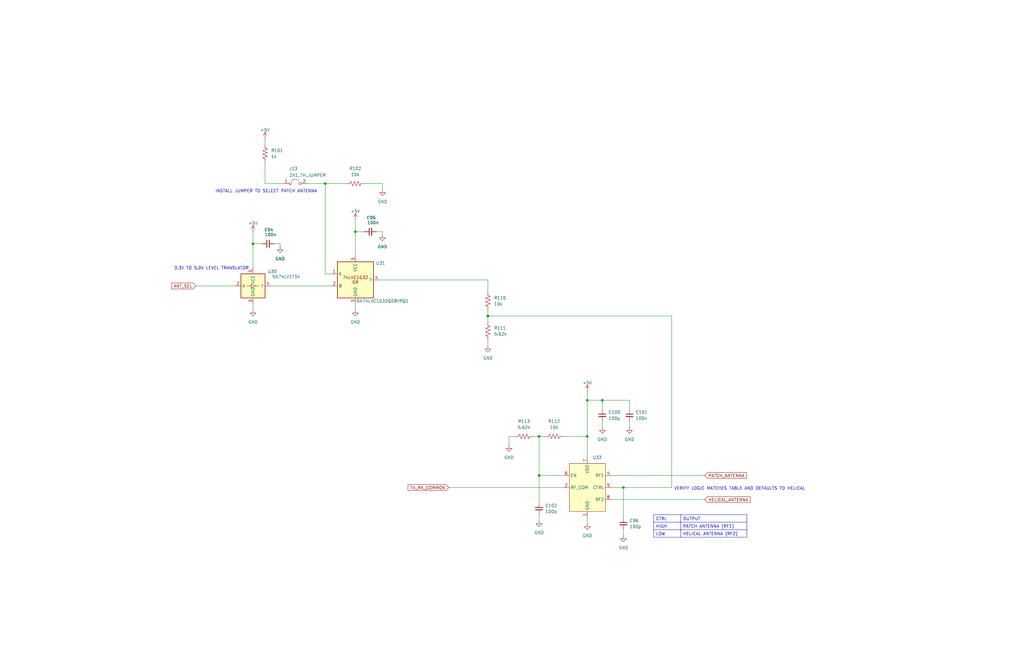
<source format=kicad_sch>
(kicad_sch (version 20250114) (generator "eeschema") (generator_version "9.0")
  (paper "B")
  (title_block (date "2025-05-28") (rev "2"))
  (lib_symbols
    (symbol "Device:C_Small" (pin_numbers (hide yes)) (pin_names (offset 0.254) (hide yes))
      (property "Reference" "C" (at 0.254 1.778 0))
      (property "Value" "C_Small" (at 0.254 -2.032 0))
      (symbol "C_Small_0_1"
        (polyline (pts (xy -1.524 0.508) (xy 1.524 0.508)) (stroke (width 0.3048)))
        (polyline (pts (xy -1.524 -0.508) (xy 1.524 -0.508)) (stroke (width 0.3302)))
      )
      (symbol "C_Small_1_1"
        (pin passive line (at 0 2.54 270) (length 2.032) (name "~") (number "1"))
        (pin passive line (at 0 -2.54 90) (length 2.032) (name "~") (number "2"))
      )
    )
    (symbol "Device:R_US" (pin_numbers (hide yes)) (pin_names (offset 0))
      (property "Reference" "R" (at 2.54 0 90))
      (property "Value" "R_US" (at -2.54 0 90))
      (symbol "R_US_0_1"
        (polyline (pts (xy 0 2.286) (xy 0 2.54)))
        (polyline (pts (xy 0 2.286) (xy 1.016 1.905) (xy 0 1.524) (xy -1.016 1.143) (xy 0 0.762)))
        (polyline (pts (xy 0 0.762) (xy 1.016 0.381) (xy 0 0) (xy -1.016 -0.381) (xy 0 -0.762)))
        (polyline (pts (xy 0 -0.762) (xy 1.016 -1.143) (xy 0 -1.524) (xy -1.016 -1.905) (xy 0 -2.286)))
        (polyline (pts (xy 0 -2.286) (xy 0 -2.54)))
      )
      (symbol "R_US_1_1"
        (pin passive line (at 0 3.81 270) (length 1.27) (name "~") (number "1"))
        (pin passive line (at 0 -3.81 90) (length 1.27) (name "~") (number "2"))
      )
    )
    (symbol "Jumper:Jumper_2_Open" (pin_names (offset 0) (hide yes))
      (property "Reference" "JP" (at 0 2.794 0))
      (property "Value" "Jumper_2_Open" (at 0 -2.286 0))
      (symbol "Jumper_2_Open_0_0"
        (circle (center -2.032 0) (radius 0.508))
        (circle (center 2.032 0) (radius 0.508))
      )
      (symbol "Jumper_2_Open_0_1"
        (arc (start -1.524 1.27) (mid 0 1.778) (end 1.524 1.27))
      )
      (symbol "Jumper_2_Open_1_1"
        (pin passive line (at -5.08 0 0) (length 2.54) (name "A") (number "1"))
        (pin passive line (at 5.08 0 180) (length 2.54) (name "B") (number "2"))
      )
    )
    (symbol "Logic_LevelTranslator:SN74LV1T34DCK"
      (property "Reference" "U" (at 5.08 6.35 0))
      (property "Value" "SN74LV1T34DCK" (at 5.08 3.81 0))
      (symbol "SN74LV1T34DCK_0_1"
        (rectangle (start -5.08 5.08) (end 5.08 -5.08) (stroke (width 0.254)) (fill (type background)))
        (polyline (pts (xy -0.762 0) (xy -2.54 0)))
        (polyline (pts (xy 1.016 0) (xy 2.54 0)))
      )
      (symbol "SN74LV1T34DCK_1_1"
        (polyline (pts (xy -0.762 -0.762) (xy -0.762 0.762) (xy 1.016 0) (xy -0.762 -0.762)))
        (pin input line (at -7.62 0 0) (length 2.54) (name "A") (number "2"))
        (pin no_connect line (at -5.08 2.54 0) (length 2.54) (hide yes) (name "NC") (number "1"))
        (pin power_in line (at 0 7.62 270) (length 2.54) (name "VCC") (number "5"))
        (pin power_in line (at 0 -7.62 90) (length 2.54) (name "GND") (number "3"))
        (pin output line (at 7.62 0 180) (length 2.54) (name "Y") (number "4"))
      )
    )
    (symbol "oresat-ics:QPC1022"
      (property "Reference" "U" (at 6.35 -11.43 0))
      (symbol "QPC1022_1_1"
        (rectangle (start -7.62 10.16) (end 7.62 -10.16) (fill (type background)))
        (pin input line (at -10.16 5.08 0) (length 2.54) (name "EN") (number "6"))
        (pin passive line (at -10.16 0 0) (length 2.54) (name "RF_COM") (number "2"))
        (pin power_in line (at 0 12.7 270) (length 2.54) (name "VDD") (number "7"))
        (pin power_in line (at 0 -12.7 90) (length 2.54) (name "GND") (number "1"))
        (pin passive line (at 0 -12.7 90) (length 2.54) (hide yes) (name "GND") (number "3"))
        (pin passive line (at 0 -12.7 90) (length 2.54) (hide yes) (name "GND") (number "9"))
        (pin passive line (at 10.16 5.08 180) (length 2.54) (name "RF1") (number "4"))
        (pin input line (at 10.16 0 180) (length 2.54) (name "CTRL") (number "5"))
        (pin passive line (at 10.16 -5.08 180) (length 2.54) (name "RF2") (number "8"))
      )
    )
    (symbol "oresat-ics:SN74LVC1G32QDBVRQ1"
      (property "Reference" "U" (at -6.35 8.89 0))
      (property "Value" "SN74LVC1G32QDBVRQ1" (at 11.43 -8.89 0))
      (symbol "SN74LVC1G32QDBVRQ1_0_1"
        (text "74LVC1G32\nOR" (at 0 0 0) (effects (font (size 1.27 1.27))))
      )
      (symbol "SN74LVC1G32QDBVRQ1_1_1"
        (rectangle (start -7.62 7.62) (end 7.62 -7.62) (stroke (width 0.254)) (fill (type background)))
        (pin input line (at -10.16 2.54 0) (length 2.54) (name "A") (number "1"))
        (pin input line (at -10.16 -2.54 0) (length 2.54) (name "B") (number "2"))
        (pin power_in line (at 0 10.16 270) (length 2.54) (name "VCC") (number "5"))
        (pin power_in line (at 0 -10.16 90) (length 2.54) (name "GND") (number "3"))
        (pin output line (at 10.16 0 180) (length 2.54) (name "Y") (number "4"))
      )
    )
    (symbol "power:+5V" (power) (pin_numbers (hide yes)) (pin_names (offset 0) (hide yes))
      (property "Value" "+5V" (at 0 3.556 0))
      (symbol "+5V_0_1"
        (polyline (pts (xy -0.762 1.27) (xy 0 2.54)))
        (polyline (pts (xy 0 2.54) (xy 0.762 1.27)))
        (polyline (pts (xy 0 0) (xy 0 2.54)))
      )
      (symbol "+5V_1_1"
        (pin power_in line (at 0 0 90) (length 0) (name "~") (number "1"))
      )
    )
    (symbol "power:GND" (power) (pin_numbers (hide yes)) (pin_names (offset 0) (hide yes))
      (property "Value" "GND" (at 0 -3.81 0))
      (symbol "GND_0_1"
        (polyline (pts (xy 0 0) (xy 0 -1.27) (xy 1.27 -1.27) (xy 0 -2.54) (xy -1.27 -1.27) (xy 0 -1.27)))
      )
      (symbol "GND_1_1"
        (pin power_in line (at 0 0 270) (length 0) (name "~") (number "1"))
      )
    )
  )
  (text "INSTALL JUMPER TO SELECT PATCH ANTENNA\n" (at 112.268 80.772 0) (effects (font (size 1.27 1.27))))
  (text "VERIFY LOGIC MATCHES TABLE AND DEFAULTS TO HELICAL" (at 311.912 206.248 0) (effects (font (size 1.27 1.27))))
  (text "3.3V TO 5.0V LEVEL TRANSLATOR\n" (at 89.154 113.284 0) (effects (font (size 1.27 1.27))))
  (junction (at 254 168.91))
  (junction (at 262.89 205.74))
  (junction (at 205.74 133.35))
  (junction (at 106.68 102.87))
  (junction (at 247.65 168.91))
  (junction (at 247.65 184.15))
  (junction (at 227.33 200.66))
  (junction (at 227.33 184.15))
  (junction (at 149.86 97.79))
  (junction (at 137.16 77.47))
  (wire (pts (xy 106.68 128.27) (xy 106.68 130.81)))
  (wire (pts (xy 262.89 205.74) (xy 262.89 218.44)) (stroke (width 0.1524)))
  (wire (pts (xy 227.33 217.17) (xy 227.33 219.71)))
  (wire (pts (xy 111.76 58.42) (xy 111.76 60.96)))
  (wire (pts (xy 111.76 77.47) (xy 119.38 77.47)))
  (wire (pts (xy 205.74 133.35) (xy 283.21 133.35)))
  (wire (pts (xy 160.02 118.11) (xy 205.74 118.11)))
  (wire (pts (xy 254 168.91) (xy 265.43 168.91)))
  (wire (pts (xy 205.74 143.51) (xy 205.74 146.05)))
  (wire (pts (xy 106.68 102.87) (xy 106.68 113.03)))
  (wire (pts (xy 262.89 205.74) (xy 283.21 205.74)))
  (wire (pts (xy 118.11 104.14) (xy 118.11 102.87)))
  (wire (pts (xy 114.3 120.65) (xy 139.7 120.65)))
  (wire (pts (xy 247.65 218.44) (xy 247.65 220.98)))
  (wire (pts (xy 106.68 102.87) (xy 110.49 102.87)))
  (wire (pts (xy 227.33 184.15) (xy 229.87 184.15)))
  (wire (pts (xy 227.33 200.66) (xy 227.33 212.09)))
  (wire (pts (xy 161.29 99.06) (xy 161.29 97.79)))
  (wire (pts (xy 82.55 120.65) (xy 99.06 120.65)))
  (wire (pts (xy 257.81 200.66) (xy 297.18 200.66)))
  (wire (pts (xy 214.63 187.96) (xy 214.63 184.15)))
  (wire (pts (xy 161.29 77.47) (xy 161.29 80.01)))
  (wire (pts (xy 283.21 133.35) (xy 283.21 205.74)))
  (wire (pts (xy 137.16 77.47) (xy 137.16 115.57)))
  (wire (pts (xy 247.65 184.15) (xy 247.65 193.04)))
  (wire (pts (xy 149.86 97.79) (xy 153.67 97.79)))
  (wire (pts (xy 247.65 165.1) (xy 247.65 168.91)))
  (wire (pts (xy 224.79 184.15) (xy 227.33 184.15)))
  (wire (pts (xy 137.16 115.57) (xy 139.7 115.57)))
  (wire (pts (xy 111.76 68.58) (xy 111.76 77.47)))
  (wire (pts (xy 153.67 77.47) (xy 161.29 77.47)))
  (wire (pts (xy 205.74 130.81) (xy 205.74 133.35)))
  (wire (pts (xy 237.49 184.15) (xy 247.65 184.15)))
  (wire (pts (xy 106.68 97.79) (xy 106.68 102.87)))
  (wire (pts (xy 149.86 97.79) (xy 149.86 107.95)))
  (wire (pts (xy 214.63 184.15) (xy 217.17 184.15)))
  (wire (pts (xy 149.86 92.71) (xy 149.86 97.79)))
  (wire (pts (xy 247.65 168.91) (xy 254 168.91)))
  (wire (pts (xy 265.43 177.8) (xy 265.43 180.34)))
  (wire (pts (xy 254 177.8) (xy 254 180.34)))
  (wire (pts (xy 247.65 168.91) (xy 247.65 184.15)))
  (wire (pts (xy 189.23 205.74) (xy 237.49 205.74)))
  (wire (pts (xy 205.74 133.35) (xy 205.74 135.89)))
  (wire (pts (xy 129.54 77.47) (xy 137.16 77.47)))
  (wire (pts (xy 149.86 128.27) (xy 149.86 130.81)))
  (wire (pts (xy 257.81 210.82) (xy 297.18 210.82)))
  (wire (pts (xy 262.89 223.52) (xy 262.89 226.06)))
  (wire (pts (xy 227.33 200.66) (xy 237.49 200.66)))
  (wire (pts (xy 137.16 77.47) (xy 146.05 77.47)))
  (wire (pts (xy 115.57 102.87) (xy 118.11 102.87)))
  (wire (pts (xy 227.33 184.15) (xy 227.33 200.66)))
  (wire (pts (xy 257.81 205.74) (xy 262.89 205.74)))
  (wire (pts (xy 254 168.91) (xy 254 172.72)))
  (wire (pts (xy 265.43 172.72) (xy 265.43 168.91)))
  (wire (pts (xy 158.75 97.79) (xy 161.29 97.79)))
  (wire (pts (xy 205.74 118.11) (xy 205.74 123.19)))
  (table (column_count 2) (border (external yes) (header yes)) (separators (rows yes) (cols yes)) (column_widths 11.43 27.94) (row_heights 3.175 3.175 3.175) (cells (table_cell "CTRL" (at 275.59 217.17 0) (size 11.43 3.175) (margins 0.9525 0.9525 0.9525 0.9525) (span 1 1)) (table_cell "OUTPUT" (at 287.02 217.17 0) (size 27.94 3.175) (margins 0.9525 0.9525 0.9525 0.9525) (span 1 1)) (table_cell "HIGH" (at 275.59 220.345 0) (size 11.43 3.175) (margins 0.9525 0.9525 0.9525 0.9525) (span 1 1)) (table_cell "PATCH ANTENNA (RF1)" (at 287.02 220.345 0) (size 27.94 3.175) (margins 0.9525 0.9525 0.9525 0.9525) (span 1 1)) (table_cell "LOW" (at 275.59 223.52 0) (size 11.43 3.175) (margins 0.9525 0.9525 0.9525 0.9525) (span 1 1)) (table_cell "HELICAL ANTENNA (RF2)" (at 287.02 223.52 0) (size 27.94 3.175) (margins 0.9525 0.9525 0.9525 0.9525) (span 1 1))))
  (global_label "HELICAL_ANTENNA" (shape input) (at 297.18 210.82 0) (property "Intersheetrefs" "${INTERSHEET_REFS}" (at 314.74 210.82 0) (effects (font (size 0.889 0.889)) (justify left))))
  (global_label "PATCH_ANTENNA" (shape input) (at 297.18 200.66 0) (property "Intersheetrefs" "${INTERSHEET_REFS}" (at 315.3448 200.66 0) (effects (justify left))))
  (global_label "ANT_SEL" (shape input) (at 82.55 120.65 180) (property "Intersheetrefs" "${INTERSHEET_REFS}" (at 71.8239 120.65 0) (effects (justify right))))
  (global_label "TX_RX_COMMON" (shape input) (at 189.23 205.74 180) (property "Intersheetrefs" "${INTERSHEET_REFS}" (at 171.4887 205.74 0) (effects (justify right))))
  (symbol (lib_id "power:GND") (at 205.74 146.05 0) (unit 1)
    (property "Reference" "#PWR129" (effects (hide yes)))
    (property "Value" "GND" (at 205.74 151.13 0))
    (property "Description" "Power symbol creates a global label with name \"GND\" , ground" (effects (hide yes)))
  )
  (symbol (lib_id "Device:C_Small") (at 156.21 97.79 90) (unit 1)
    (property "Reference" "C95" (at 158.496 91.186 90) (effects (justify left bottom)))
    (property "Value" "100n" (at 159.766 93.218 90) (effects (justify left bottom)))
    (property "Footprint" "Resistor_SMD:R_0603_1608Metric" (effects (hide yes)))
    (property "Description" "CAP CER 0.1UF 25V X7R 0603" (effects (hide yes)))
    (property "Distributor" "DigiKey" (effects (hide yes)))
    (property "MPN" "CGA3E2X7R1E104K080AA " (effects (hide yes)))
    (property "DPN" "445-5667-1-ND " (effects (hide yes)))
    (property "MFR" "TDK Corporation " (effects (hide yes)))
  )
  (symbol (lib_id "power:+5V") (at 111.76 58.42 0) (unit 1)
    (property "Reference" "#PWR0183" (effects (hide yes)))
    (property "Value" "+5V" (at 111.76 54.864 0))
    (property "Description" "Power symbol creates a global label with name \"+5V\"" (effects (hide yes)))
  )
  (symbol (lib_id "power:GND") (at 149.86 130.81 0) (unit 1)
    (property "Reference" "#PWR125" (effects (hide yes)))
    (property "Value" "GND" (at 149.86 135.89 0))
    (property "Description" "Power symbol creates a global label with name \"GND\" , ground" (effects (hide yes)))
  )
  (symbol (lib_id "power:+5V") (at 247.65 165.1 0) (unit 1)
    (property "Reference" "#PWR0181" (effects (hide yes)))
    (property "Value" "+5V" (at 247.65 161.544 0))
    (property "Description" "Power symbol creates a global label with name \"+5V\"" (effects (hide yes)))
  )
  (symbol (lib_id "Device:C_Small") (at 227.33 214.63 0) (unit 1)
    (property "Reference" "C102" (at 229.87 213.3662 0) (effects (justify left)))
    (property "Value" "100p" (at 229.87 215.9062 0) (effects (justify left)))
    (property "Footprint" "Resistor_SMD:R_0402_1005Metric" (effects (hide yes)))
    (property "Description" "CAP CER 100PF 50V C0G/NP0 0402" (effects (hide yes)))
    (property "DPN" "490-GCM1555C1H101GA16DCT-ND " (effects (hide yes)))
    (property "Distributor" "DigiKey" (effects (hide yes)))
    (property "MFR" "Murata Electronics" (effects (hide yes)))
    (property "MPN" "GCM1555C1H101GA16D " (effects (hide yes)))
  )
  (symbol (lib_id "Logic_LevelTranslator:SN74LV1T34DCK") (at 106.68 120.65 0) (unit 1)
    (property "Reference" "U30" (at 114.808 114.554 0))
    (property "Value" "SN74LV1T34" (at 120.65 116.7698 0))
    (property "Footprint" "Package_TO_SOT_SMD:SOT-353_SC-70-5" (effects (hide yes)))
    (property "Datasheet" "https://www.ti.com/lit/ds/symlink/sn74lv1t34.pdf" (effects (hide yes)))
    (property "Description" "IC BUFF NON-INVERT 5.5V SC-70-5" (effects (hide yes)))
    (property "DPN" "296-SN74LV1T34QDCKRQ1CT-ND " (effects (hide yes)))
    (property "Distributor" "DigiKey" (effects (hide yes)))
    (property "MFR" "Texas Instruments " (effects (hide yes)))
    (property "MPN" "SN74LV1T34QDCKRQ1 " (effects (hide yes)))
  )
  (symbol (lib_id "power:GND") (at 265.43 180.34 0) (unit 1)
    (property "Reference" "#PWR133" (effects (hide yes)))
    (property "Value" "GND" (at 265.43 185.42 0))
    (property "Description" "Power symbol creates a global label with name \"GND\" , ground" (effects (hide yes)))
  )
  (symbol (lib_id "power:+5V") (at 149.86 92.71 0) (unit 1)
    (property "Reference" "#PWR0180" (effects (hide yes)))
    (property "Value" "+5V" (at 149.86 89.154 0))
    (property "Description" "Power symbol creates a global label with name \"+5V\"" (effects (hide yes)))
  )
  (symbol (lib_id "power:GND") (at 247.65 220.98 0) (unit 1)
    (property "Reference" "#PWR127" (effects (hide yes)))
    (property "Value" "GND" (at 247.65 226.06 0))
    (property "Description" "Power symbol creates a global label with name \"GND\" , ground" (effects (hide yes)))
  )
  (symbol (lib_id "Device:R_US") (at 149.86 77.47 90) (unit 1)
    (property "Reference" "R102" (at 149.86 71.12 90))
    (property "Value" "10k" (at 149.86 73.66 90))
    (property "Footprint" "Resistor_SMD:R_0603_1608Metric" (effects (hide yes)))
    (property "Description" "RES SMD 10K OHM 1% 1/10W 0603" (effects (hide yes)))
    (property "DPN" "P10.0KHCT-ND " (effects (hide yes)))
    (property "Distributor" "DigiKey" (effects (hide yes)))
    (property "MFR" "Panasonic " (effects (hide yes)))
    (property "MPN" "ERJ-3EKF1002V" (effects (hide yes)))
  )
  (symbol (lib_id "power:+5V") (at 106.68 97.79 0) (unit 1)
    (property "Reference" "#PWR0182" (effects (hide yes)))
    (property "Value" "+5V" (at 106.68 94.234 0))
    (property "Description" "Power symbol creates a global label with name \"+5V\"" (effects (hide yes)))
  )
  (symbol (lib_id "oresat-ics:SN74LVC1G32QDBVRQ1") (at 149.86 118.11 0) (unit 1)
    (property "Reference" "U31" (at 158.496 111.76 0) (effects (justify left bottom)))
    (property "Value" "SN74LVC1G32QDBVRQ1" (at 161.29 127 0))
  )
  (symbol (lib_id "Device:C_Small") (at 265.43 175.26 0) (unit 1)
    (property "Reference" "C101" (at 267.97 173.9962 0) (effects (justify left)))
    (property "Value" "100n" (at 267.97 176.5362 0) (effects (justify left)))
    (property "Footprint" "Resistor_SMD:R_0603_1608Metric" (effects (hide yes)))
    (property "Description" "CAP CER 0.1UF 25V X7R 0603" (effects (hide yes)))
    (property "DPN" "445-5667-1-ND " (effects (hide yes)))
    (property "Distributor" "DigiKey" (effects (hide yes)))
    (property "MFR" "TDK Corporation " (effects (hide yes)))
    (property "MPN" "CGA3E2X7R1E104K080AA " (effects (hide yes)))
  )
  (symbol (lib_id "power:GND") (at 254 180.34 0) (unit 1)
    (property "Reference" "#PWR132" (effects (hide yes)))
    (property "Value" "GND" (at 254 185.42 0))
    (property "Description" "Power symbol creates a global label with name \"GND\" , ground" (effects (hide yes)))
  )
  (symbol (lib_id "power:GND") (at 106.68 130.81 0) (unit 1)
    (property "Reference" "#PWR123" (effects (hide yes)))
    (property "Value" "GND" (at 106.68 135.89 0))
    (property "Description" "Power symbol creates a global label with name \"GND\" , ground" (effects (hide yes)))
  )
  (symbol (lib_id "Device:C_Small") (at 254 175.26 0) (unit 1)
    (property "Reference" "C100" (at 256.54 173.9962 0) (effects (justify left)))
    (property "Value" "100p" (at 256.54 176.5362 0) (effects (justify left)))
    (property "Footprint" "Resistor_SMD:R_0402_1005Metric" (effects (hide yes)))
    (property "Description" "CAP CER 100PF 50V C0G/NP0 0402" (effects (hide yes)))
    (property "DPN" "490-GCM1555C1H101GA16DCT-ND " (effects (hide yes)))
    (property "Distributor" "DigiKey" (effects (hide yes)))
    (property "MFR" "Murata Electronics" (effects (hide yes)))
    (property "MPN" "GCM1555C1H101GA16D " (effects (hide yes)))
  )
  (symbol (lib_id "oresat-ics:QPC1022") (at 247.65 205.74 0) (unit 1)
    (property "Reference" "U33" (at 249.7933 193.04 0) (effects (justify left)))
    (property "Value" "QPC1022" (effects (hide yes)))
    (property "Footprint" "oresat-ics:QPC1022" (effects (hide yes)))
    (property "Datasheet" "https://www.qorvo.com/products/d/da005900" (effects (hide yes)))
    (property "Description" "5-6000 MHZ LOW DISTORTION SPDT S" (effects (hide yes)))
    (property "DPN" "2312-QPC1022TR7CT-ND " (effects (hide yes)))
    (property "Distributor" "DigiKey" (effects (hide yes)))
    (property "MFR" "Qorvo " (effects (hide yes)))
    (property "MPN" "QPC1022TR7 " (effects (hide yes)))
  )
  (symbol (lib_id "Device:R_US") (at 220.98 184.15 90) (unit 1)
    (property "Reference" "R113" (at 220.98 177.8 90))
    (property "Value" "5.62k" (at 220.98 180.34 90))
    (property "Footprint" "Resistor_SMD:R_0603_1608Metric" (effects (hide yes)))
    (property "Description" "RES SMD 5.62K OHM 1% 1/10W 0603" (effects (hide yes)))
    (property "DPN" "P5.62KHCT-ND " (effects (hide yes)))
    (property "Distributor" "DigiKey" (effects (hide yes)))
    (property "MFR" "Panasonic " (effects (hide yes)))
    (property "MPN" "ERJ-3EKF5621V " (effects (hide yes)))
  )
  (symbol (lib_id "Jumper:Jumper_2_Open") (at 124.46 77.47 0) (unit 1)
    (property "Reference" "J13" (at 121.92 71.882 0) (effects (justify left bottom)))
    (property "Value" "2X1_TH_JUMPER" (at 121.92 74.676 0) (effects (justify left bottom)))
    (property "Footprint" "oresat-live-card:2X1" (effects (hide yes)))
  )
  (symbol (lib_id "Device:R_US") (at 233.68 184.15 90) (unit 1)
    (property "Reference" "R112" (at 233.68 177.8 90))
    (property "Value" "10k" (at 233.68 180.34 90))
    (property "Footprint" "Resistor_SMD:R_0603_1608Metric" (effects (hide yes)))
    (property "Description" "RES SMD 10K OHM 1% 1/10W 0603" (effects (hide yes)))
    (property "DPN" "P10.0KHCT-ND " (effects (hide yes)))
    (property "Distributor" "DigiKey" (effects (hide yes)))
    (property "MFR" "Panasonic " (effects (hide yes)))
    (property "MPN" "ERJ-3EKF1002V" (effects (hide yes)))
  )
  (symbol (lib_id "power:GND") (at 161.29 99.06 0) (unit 1)
    (property "Reference" "#PWR126" (effects (hide yes)))
    (property "Value" "GND" (at 161.29 104.14 0))
    (property "Description" "Power symbol creates a global label with name \"GND\" , ground" (effects (hide yes)))
  )
  (symbol (lib_id "power:GND") (at 227.33 219.71 0) (unit 1)
    (property "Reference" "#PWR130" (effects (hide yes)))
    (property "Value" "GND" (at 227.33 224.79 0))
    (property "Description" "Power symbol creates a global label with name \"GND\" , ground" (effects (hide yes)))
  )
  (symbol (lib_id "power:GND") (at 118.11 104.14 0) (unit 1)
    (property "Reference" "#PWR124" (effects (hide yes)))
    (property "Value" "GND" (at 118.11 109.22 0))
    (property "Description" "Power symbol creates a global label with name \"GND\" , ground" (effects (hide yes)))
  )
  (symbol (lib_id "Device:R_US") (at 205.74 127 0) (unit 1)
    (property "Reference" "R110" (at 208.28 125.7299 0) (effects (justify left)))
    (property "Value" "10k" (at 208.28 128.2699 0) (effects (justify left)))
    (property "Footprint" "Resistor_SMD:R_0603_1608Metric" (effects (hide yes)))
    (property "Description" "RES SMD 10K OHM 1% 1/10W 0603" (effects (hide yes)))
    (property "DPN" "P10.0KHCT-ND " (effects (hide yes)))
    (property "Distributor" "DigiKey" (effects (hide yes)))
    (property "MFR" "Panasonic " (effects (hide yes)))
    (property "MPN" "ERJ-3EKF1002V" (effects (hide yes)))
  )
  (symbol (lib_id "power:GND") (at 262.89 226.06 0) (unit 1)
    (property "Reference" "#PWR128" (effects (hide yes)))
    (property "Value" "GND" (at 262.89 231.14 0))
    (property "Description" "Power symbol creates a global label with name \"GND\" , ground" (effects (hide yes)))
  )
  (symbol (lib_id "Device:C_Small") (at 113.03 102.87 90) (unit 1)
    (property "Reference" "C94" (at 115.316 96.266 90) (effects (justify left bottom)))
    (property "Value" "100n" (at 116.586 98.298 90) (effects (justify left bottom)))
    (property "Footprint" "Resistor_SMD:R_0603_1608Metric" (effects (hide yes)))
    (property "Description" "CAP CER 0.1UF 25V X7R 0603" (effects (hide yes)))
    (property "Distributor" "DigiKey" (effects (hide yes)))
    (property "MPN" "CGA3E2X7R1E104K080AA " (effects (hide yes)))
    (property "DPN" "445-5667-1-ND " (effects (hide yes)))
    (property "MFR" "TDK Corporation " (effects (hide yes)))
  )
  (symbol (lib_id "power:GND") (at 214.63 187.96 0) (unit 1)
    (property "Reference" "#PWR131" (effects (hide yes)))
    (property "Value" "GND" (at 214.63 193.04 0))
    (property "Description" "Power symbol creates a global label with name \"GND\" , ground" (effects (hide yes)))
  )
  (symbol (lib_id "Device:R_US") (at 205.74 139.7 180) (unit 1)
    (property "Reference" "R111" (at 208.28 138.4299 0) (effects (justify right)))
    (property "Value" "5.62k" (at 208.28 140.9699 0) (effects (justify right)))
    (property "Footprint" "Resistor_SMD:R_0603_1608Metric" (effects (hide yes)))
    (property "Description" "RES SMD 5.62K OHM 1% 1/10W 0603" (effects (hide yes)))
    (property "DPN" "P5.62KHCT-ND " (effects (hide yes)))
    (property "Distributor" "DigiKey" (effects (hide yes)))
    (property "MFR" "Panasonic " (effects (hide yes)))
    (property "MPN" "ERJ-3EKF5621V " (effects (hide yes)))
  )
  (symbol (lib_id "Device:R_US") (at 111.76 64.77 0) (unit 1)
    (property "Reference" "R101" (at 114.3 63.4999 0) (effects (justify left)))
    (property "Value" "1k" (at 114.3 66.0399 0) (effects (justify left)))
    (property "Footprint" "Resistor_SMD:R_0603_1608Metric" (effects (hide yes)))
    (property "Description" "RES SMD 1K OHM 1% 1/10W 0603" (effects (hide yes)))
    (property "DPN" "P1.00KHCT-ND " (effects (hide yes)))
    (property "Distributor" "DigiKey" (effects (hide yes)))
    (property "MFR" "Panasonic" (effects (hide yes)))
    (property "MPN" "ERJ-3EKF1001V " (effects (hide yes)))
  )
  (symbol (lib_id "power:GND") (at 161.29 80.01 0) (unit 1)
    (property "Reference" "#PWR149" (effects (hide yes)))
    (property "Value" "GND" (at 161.29 85.09 0))
    (property "Description" "Power symbol creates a global label with name \"GND\" , ground" (effects (hide yes)))
  )
  (symbol (lib_id "Device:C_Small") (at 262.89 220.98 0) (unit 1)
    (property "Reference" "C96" (at 265.43 219.7162 0) (effects (justify left)))
    (property "Value" "100p" (at 265.43 222.2562 0) (effects (justify left)))
    (property "Footprint" "Resistor_SMD:R_0402_1005Metric" (effects (hide yes)))
    (property "Description" "CAP CER 100PF 50V C0G/NP0 0402" (effects (hide yes)))
    (property "MPN" "GCM1555C1H101GA16D " (effects (hide yes)))
    (property "DPN" "490-GCM1555C1H101GA16DCT-ND " (effects (hide yes)))
    (property "Distributor" "DigiKey" (effects (hide yes)))
    (property "MFR" "Murata Electronics" (effects (hide yes)))
  )
)
</source>
